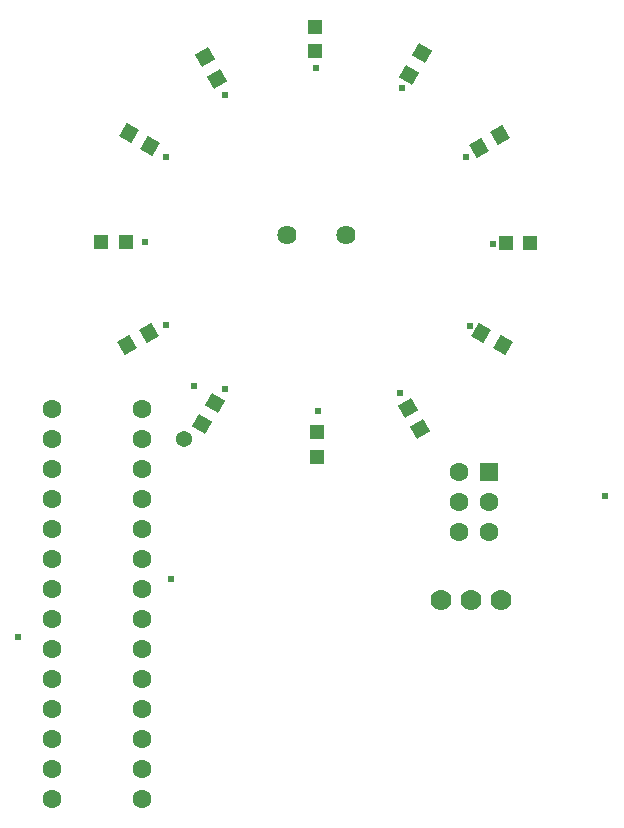
<source format=gts>
G04*
G04 #@! TF.GenerationSoftware,Altium Limited,Altium Designer,20.1.12 (249)*
G04*
G04 Layer_Color=8388736*
%FSLAX24Y24*%
%MOIN*%
G70*
G04*
G04 #@! TF.SameCoordinates,C2A8BCA2-F393-4655-900F-186C9399D15C*
G04*
G04*
G04 #@! TF.FilePolarity,Negative*
G04*
G01*
G75*
G04:AMPARAMS|DCode=20|XSize=51.2mil|YSize=47.3mil|CornerRadius=0mil|HoleSize=0mil|Usage=FLASHONLY|Rotation=150.000|XOffset=0mil|YOffset=0mil|HoleType=Round|Shape=Rectangle|*
%AMROTATEDRECTD20*
4,1,4,0.0340,0.0077,0.0104,-0.0333,-0.0340,-0.0077,-0.0104,0.0333,0.0340,0.0077,0.0*
%
%ADD20ROTATEDRECTD20*%

G04:AMPARAMS|DCode=21|XSize=51.2mil|YSize=47.3mil|CornerRadius=0mil|HoleSize=0mil|Usage=FLASHONLY|Rotation=120.000|XOffset=0mil|YOffset=0mil|HoleType=Round|Shape=Rectangle|*
%AMROTATEDRECTD21*
4,1,4,0.0333,-0.0104,-0.0077,-0.0340,-0.0333,0.0104,0.0077,0.0340,0.0333,-0.0104,0.0*
%
%ADD21ROTATEDRECTD21*%

%ADD22R,0.0473X0.0512*%
G04:AMPARAMS|DCode=23|XSize=51.2mil|YSize=47.3mil|CornerRadius=0mil|HoleSize=0mil|Usage=FLASHONLY|Rotation=60.000|XOffset=0mil|YOffset=0mil|HoleType=Round|Shape=Rectangle|*
%AMROTATEDRECTD23*
4,1,4,0.0077,-0.0340,-0.0333,-0.0104,-0.0077,0.0340,0.0333,0.0104,0.0077,-0.0340,0.0*
%
%ADD23ROTATEDRECTD23*%

G04:AMPARAMS|DCode=24|XSize=51.2mil|YSize=47.3mil|CornerRadius=0mil|HoleSize=0mil|Usage=FLASHONLY|Rotation=30.000|XOffset=0mil|YOffset=0mil|HoleType=Round|Shape=Rectangle|*
%AMROTATEDRECTD24*
4,1,4,-0.0104,-0.0333,-0.0340,0.0077,0.0104,0.0333,0.0340,-0.0077,-0.0104,-0.0333,0.0*
%
%ADD24ROTATEDRECTD24*%

%ADD25R,0.0512X0.0473*%
%ADD26C,0.0631*%
%ADD27C,0.0640*%
%ADD28C,0.0700*%
%ADD29R,0.0631X0.0631*%
%ADD30C,0.0240*%
%ADD31C,0.0540*%
D20*
X14057Y26198D02*
D03*
X13643Y25482D02*
D03*
X6743Y13832D02*
D03*
X7157Y14548D02*
D03*
D21*
X16678Y23467D02*
D03*
X15962Y23053D02*
D03*
X4242Y16473D02*
D03*
X4958Y16887D02*
D03*
D22*
X17673Y19870D02*
D03*
X16847D02*
D03*
X3377Y19910D02*
D03*
X4203D02*
D03*
D23*
X16758Y16473D02*
D03*
X16042Y16887D02*
D03*
X4282Y23527D02*
D03*
X4998Y23113D02*
D03*
D24*
X14007Y13672D02*
D03*
X13593Y14388D02*
D03*
X6823Y26068D02*
D03*
X7237Y25352D02*
D03*
D25*
X10570Y12757D02*
D03*
Y13583D02*
D03*
X10510Y27093D02*
D03*
Y26267D02*
D03*
D26*
X1730Y14350D02*
D03*
Y13350D02*
D03*
Y11350D02*
D03*
Y12350D02*
D03*
Y8350D02*
D03*
Y7350D02*
D03*
Y9350D02*
D03*
Y10350D02*
D03*
Y2350D02*
D03*
Y1350D02*
D03*
Y4350D02*
D03*
Y3350D02*
D03*
Y5350D02*
D03*
Y6350D02*
D03*
X4730D02*
D03*
Y5350D02*
D03*
Y3350D02*
D03*
Y4350D02*
D03*
Y1350D02*
D03*
Y2350D02*
D03*
Y10350D02*
D03*
Y9350D02*
D03*
Y7350D02*
D03*
Y8350D02*
D03*
Y12350D02*
D03*
Y11350D02*
D03*
Y13350D02*
D03*
Y14350D02*
D03*
X16300Y11240D02*
D03*
X15300D02*
D03*
X16300Y10240D02*
D03*
X15300Y12240D02*
D03*
Y10240D02*
D03*
D27*
X9560Y20140D02*
D03*
X11529D02*
D03*
D28*
X15690Y7970D02*
D03*
X14690D02*
D03*
X16690D02*
D03*
D29*
X16300Y12240D02*
D03*
D30*
X5700Y8673D02*
D03*
X610Y6740D02*
D03*
X7510Y15010D02*
D03*
X6450Y15120D02*
D03*
X5536Y22740D02*
D03*
X4820Y19910D02*
D03*
X5517Y17139D02*
D03*
X10590Y14285D02*
D03*
X13340Y14880D02*
D03*
X15650Y17120D02*
D03*
X16433Y19850D02*
D03*
X15540Y22740D02*
D03*
X13400Y25050D02*
D03*
X10530Y25701D02*
D03*
X7510Y24820D02*
D03*
X20170Y11450D02*
D03*
D31*
X6142Y13350D02*
D03*
M02*

</source>
